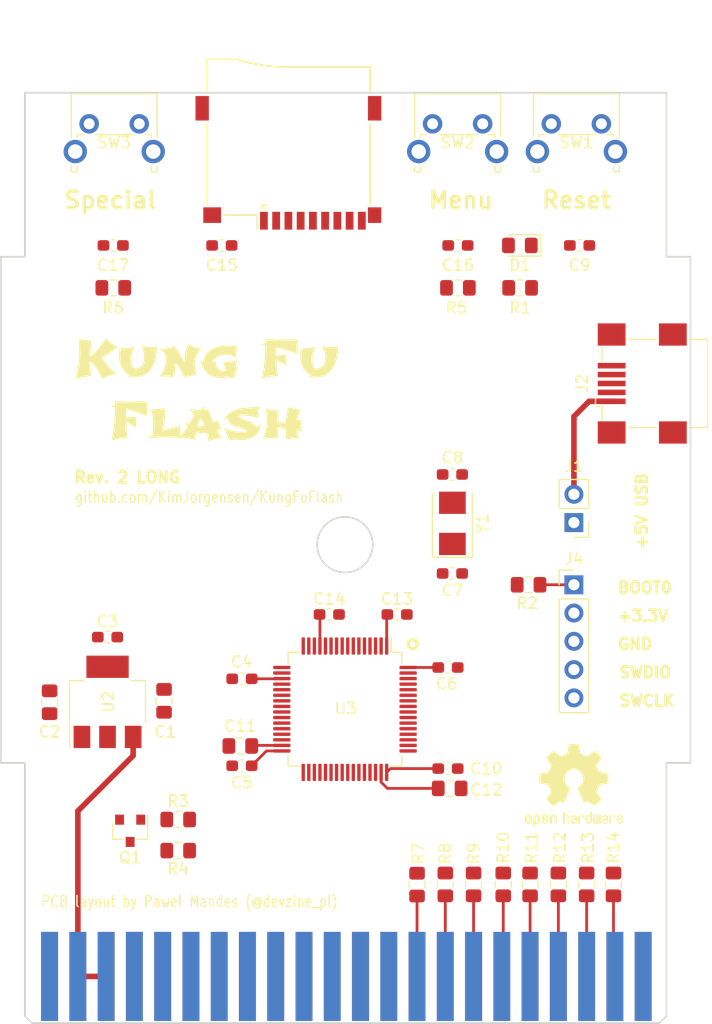
<source format=kicad_pcb>
(kicad_pcb (version 20171130) (host pcbnew "(5.1.9)-1")
  (title_block (title "Kung Fu Flash") (date 2019-12-15) (rev 1))
  (layers (0 F.Cu signal) (31 B.Cu signal) (34 B.Paste user hide) (35 F.Paste user hide) (36 B.SilkS user hide) (37 F.SilkS user) (38 B.Mask user hide) (39 F.Mask user hide) (44 Edge.Cuts user))
  (net 0 "")
  (net 1 GND)
  (net 2 /SD_CK)
  (net 3 +3V3)
  (net 4 /SD_D2)
  (net 5 /SD_D3)
  (net 6 /SD_CMD)
  (net 7 /~IRQ)
  (net 8 /R~W)
  (net 9 /~IO1)
  (net 10 /~GAME)
  (net 11 /~EXROM)
  (net 12 /~IO2)
  (net 13 /~ROML)
  (net 14 /CD7)
  (net 15 /BA)
  (net 16 +5V)
  (net 17 /CD6)
  (net 18 /CD5)
  (net 19 /CD4)
  (net 20 /CD3)
  (net 21 /CD2)
  (net 22 /CD1)
  (net 23 /CD0)
  (net 24 /A15)
  (net 25 /A14)
  (net 26 /A13)
  (net 27 /A12)
  (net 28 /A11)
  (net 29 /A10)
  (net 30 /~ROMH)
  (net 31 /~RESET)
  (net 32 /~NMI)
  (net 33 /PHI2)
  (net 34 /A4)
  (net 35 /A3)
  (net 36 /A2)
  (net 37 /A1)
  (net 38 /A0)
  (net 39 /A7)
  (net 40 /A6)
  (net 41 /A5)
  (net 42 /A8)
  (net 43 /A9)
  (net 44 /D2)
  (net 45 /D3)
  (net 46 /D1)
  (net 47 /D0)
  (net 48 /D4)
  (net 49 /D5)
  (net 50 /D7)
  (net 51 /D6)
  (net 52 "Net-(Q1-Pad1)")
  (net 53 /~RST_O)
  (net 54 /BOOT0)
  (net 55 "Net-(D1-Pad1)")
  (net 56 /~LED)
  (net 57 "Net-(C7-Pad2)")
  (net 58 "Net-(C8-Pad1)")
  (net 59 /~RST)
  (net 60 /MENU)
  (net 61 /SPECIAL)
  (net 62 "Net-(C11-Pad2)")
  (net 63 /SD_D0)
  (net 64 /SD_D1)
  (net 65 /USB_DM)
  (net 66 /USB_DP)
  (net 67 /SWDIO)
  (net 68 "Net-(C12-Pad1)")
  (net 69 /SWCLK)
  (net 70 +5C)
  (net 71 "Net-(R5-Pad1)")
  (net 72 "Net-(R6-Pad1)")
  (module Capacitor_SMD:C_0805_2012Metric_Pad1.15x1.40mm_HandSolder (layer F.Cu) (at 109.8005 118.745)
    (fp_text reference C12 (at 3.293 0.127 180) (layer F.SilkS))
    (fp_text value 2.2u)
    (pad 2 smd roundrect (at 1.025 0) (size 1.15 1.4) (layers F.Cu F.Paste F.Mask) (roundrect_rratio 0.217391) (net 1 GND))
    (pad 1 smd roundrect (at -1.025 0) (size 1.15 1.4) (layers F.Cu F.Paste F.Mask) (roundrect_rratio 0.217391) (net 68 "Net-(C12-Pad1)"))
  )
  (module mod:C64-Cart (layer F.Cu) (at 71.3105 139.573)
    (fp_text reference U1 hide)
    (fp_text value C64-Exp-Port hide)
    (pad N smd rect (at 30.48 -3.938274) (size 1.524 8) (layers B.Cu B.Paste B.Mask) (net 43 /A9))
    (pad P smd rect (at 33.02 -3.938274) (size 1.524 8) (layers B.Cu B.Paste B.Mask) (net 42 /A8))
    (pad T smd rect (at 40.64 -3.938274) (size 1.524 8) (layers B.Cu B.Paste B.Mask) (net 41 /A5))
    (pad S smd rect (at 38.1 -3.938274) (size 1.524 8) (layers B.Cu B.Paste B.Mask) (net 40 /A6))
    (pad R smd rect (at 35.56 -3.938274) (size 1.524 8) (layers B.Cu B.Paste B.Mask) (net 39 /A7))
    (pad Z smd rect (at 55.88 -3.938274) (size 1.524 8) (layers B.Cu B.Paste B.Mask) (net 1 GND))
    (pad Y smd rect (at 53.34 -3.938274) (size 1.524 8) (layers B.Cu B.Paste B.Mask) (net 38 /A0))
    (pad X smd rect (at 50.8 -3.938274) (size 1.524 8) (layers B.Cu B.Paste B.Mask) (net 37 /A1))
    (pad W smd rect (at 48.26 -3.938274) (size 1.524 8) (layers B.Cu B.Paste B.Mask) (net 36 /A2))
    (pad V smd rect (at 45.72 -3.938274) (size 1.524 8) (layers B.Cu B.Paste B.Mask) (net 35 /A3))
    (pad U smd rect (at 43.18 -3.938274) (size 1.524 8) (layers B.Cu B.Paste B.Mask) (net 34 /A4))
    (pad A smd rect (at 2.54 -3.938274) (size 1.524 8) (layers B.Cu B.Paste B.Mask) (net 1 GND))
    (pad E smd rect (at 12.7 -3.938274) (size 1.524 8) (layers B.Cu B.Paste B.Mask) (net 33 /PHI2))
    (pad D smd rect (at 10.16 -3.938274) (size 1.524 8) (layers B.Cu B.Paste B.Mask) (net 32 /~NMI))
    (pad C smd rect (at 7.62 -3.938274) (size 1.524 8) (layers B.Cu B.Paste B.Mask) (net 31 /~RESET))
    (pad B smd rect (at 5.08 -3.938274) (size 1.524 8) (layers B.Cu B.Paste B.Mask) (net 30 /~ROMH))
    (pad M smd rect (at 27.94 -3.938274) (size 1.524 8) (layers B.Cu B.Paste B.Mask) (net 29 /A10))
    (pad L smd rect (at 25.4 -3.938274) (size 1.524 8) (layers B.Cu B.Paste B.Mask) (net 28 /A11))
    (pad K smd rect (at 22.86 -3.938274) (size 1.524 8) (layers B.Cu B.Paste B.Mask) (net 27 /A12))
    (pad J smd rect (at 20.32 -3.938274) (size 1.524 8) (layers B.Cu B.Paste B.Mask) (net 26 /A13))
    (pad H smd rect (at 17.78 -3.938274) (size 1.524 8) (layers B.Cu B.Paste B.Mask) (net 25 /A14))
    (pad F smd rect (at 15.24 -3.938274) (size 1.524 8) (layers B.Cu B.Paste B.Mask) (net 24 /A15))
    (pad 22 smd rect (at 55.88 -3.938274 180) (size 1.524 8) (layers F.Cu F.Paste F.Mask) (net 1 GND))
    (pad 21 smd rect (at 53.34 -3.938274 180) (size 1.524 8) (layers F.Cu F.Paste F.Mask) (net 23 /CD0))
    (pad 20 smd rect (at 50.8 -3.938274 180) (size 1.524 8) (layers F.Cu F.Paste F.Mask) (net 22 /CD1))
    (pad 19 smd rect (at 48.26 -3.938274 180) (size 1.524 8) (layers F.Cu F.Paste F.Mask) (net 21 /CD2))
    (pad 18 smd rect (at 45.72 -3.938274 180) (size 1.524 8) (layers F.Cu F.Paste F.Mask) (net 20 /CD3))
    (pad 17 smd rect (at 43.18 -3.938274 180) (size 1.524 8) (layers F.Cu F.Paste F.Mask) (net 19 /CD4))
    (pad 16 smd rect (at 40.64 -3.938274 180) (size 1.524 8) (layers F.Cu F.Paste F.Mask) (net 18 /CD5))
    (pad 15 smd rect (at 38.1 -3.938274 180) (size 1.524 8) (layers F.Cu F.Paste F.Mask) (net 17 /CD6))
    (pad 3 smd rect (at 7.62 -3.938274 180) (size 1.524 8) (layers F.Cu F.Paste F.Mask) (net 16 +5V))
    (pad 2 smd rect (at 5.08 -3.938274 180) (size 1.524 8) (layers F.Cu F.Paste F.Mask) (net 16 +5V))
    (pad 12 smd rect (at 30.48 -3.938274 180) (size 1.524 8) (layers F.Cu F.Paste F.Mask) (net 15 /BA))
    (pad 14 smd rect (at 35.56 -3.938274 180) (size 1.524 8) (layers F.Cu F.Paste F.Mask) (net 14 /CD7))
    (pad 13 smd rect (at 33.02 -3.938274 180) (size 1.524 8) (layers F.Cu F.Paste F.Mask))
    (pad 11 smd rect (at 27.94 -3.938274 180) (size 1.524 8) (layers F.Cu F.Paste F.Mask) (net 13 /~ROML))
    (pad 10 smd rect (at 25.4 -3.938274 180) (size 1.524 8) (layers F.Cu F.Paste F.Mask) (net 12 /~IO2))
    (pad 9 smd rect (at 22.86 -3.938274 180) (size 1.524 8) (layers F.Cu F.Paste F.Mask) (net 11 /~EXROM))
    (pad 8 smd rect (at 20.32 -3.938274 180) (size 1.524 8) (layers F.Cu F.Paste F.Mask) (net 10 /~GAME))
    (pad 7 smd rect (at 17.78 -3.938274 180) (size 1.524 8) (layers F.Cu F.Paste F.Mask) (net 9 /~IO1))
    (pad 6 smd rect (at 15.24 -3.938274 180) (size 1.524 8) (layers F.Cu F.Paste F.Mask))
    (pad 5 smd rect (at 12.7 -3.938274 180) (size 1.524 8) (layers F.Cu F.Paste F.Mask) (net 8 /R~W))
    (pad 4 smd rect (at 10.16 -3.938274 180) (size 1.524 8) (layers F.Cu F.Paste F.Mask) (net 7 /~IRQ))
    (pad 1 smd rect (at 2.54 -3.938274 180) (size 1.524 8) (layers F.Cu F.Paste F.Mask) (net 1 GND))
  )
  (module Button_Switch_THT:SW_Tactile_SPST_Angled_PTS645Vx83-2LFS (layer F.Cu) (at 77.4065 59.055)
    (fp_text reference SW3 (at 2.25 1.68) (layer F.SilkS))
    (fp_text value Special)
    (pad "" thru_hole circle (at -1.25 2.49) (size 2.1 2.1) (drill 1.3) (layers *.Cu *.Mask))
    (pad 1 thru_hole circle (at 0 0) (size 1.75 1.75) (drill 0.99) (layers *.Cu *.Mask) (net 3 +3V3))
    (pad 2 thru_hole circle (at 4.5 0) (size 1.75 1.75) (drill 0.99) (layers *.Cu *.Mask) (net 72 "Net-(R6-Pad1)"))
    (pad "" thru_hole circle (at 5.76 2.49) (size 2.1 2.1) (drill 1.3) (layers *.Cu *.Mask))
  )
  (module Button_Switch_THT:SW_Tactile_SPST_Angled_PTS645Vx83-2LFS (layer F.Cu) (at 108.268 59.055)
    (fp_text reference SW2 (at 2.25 1.68) (layer F.SilkS))
    (fp_text value Menu)
    (pad "" thru_hole circle (at -1.25 2.49) (size 2.1 2.1) (drill 1.3) (layers *.Cu *.Mask))
    (pad 1 thru_hole circle (at 0 0) (size 1.75 1.75) (drill 0.99) (layers *.Cu *.Mask) (net 3 +3V3))
    (pad 2 thru_hole circle (at 4.5 0) (size 1.75 1.75) (drill 0.99) (layers *.Cu *.Mask) (net 71 "Net-(R5-Pad1)"))
    (pad "" thru_hole circle (at 5.76 2.49) (size 2.1 2.1) (drill 1.3) (layers *.Cu *.Mask))
  )
  (module Button_Switch_THT:SW_Tactile_SPST_Angled_PTS645Vx83-2LFS (layer F.Cu) (at 118.936 59.055)
    (fp_text reference SW1 (at 2.25 1.68) (layer F.SilkS))
    (fp_text value Reset)
    (pad "" thru_hole circle (at -1.25 2.49) (size 2.1 2.1) (drill 1.3) (layers *.Cu *.Mask))
    (pad 1 thru_hole circle (at 0 0) (size 1.75 1.75) (drill 0.99) (layers *.Cu *.Mask) (net 1 GND))
    (pad 2 thru_hole circle (at 4.5 0) (size 1.75 1.75) (drill 0.99) (layers *.Cu *.Mask) (net 59 /~RST))
    (pad "" thru_hole circle (at 5.76 2.49) (size 2.1 2.1) (drill 1.3) (layers *.Cu *.Mask))
  )
  (module Resistor_SMD:R_0805_2012Metric_Pad1.15x1.40mm_HandSolder (layer F.Cu) (at 124.524 127.372 270)
    (fp_text reference R14 (at -3.293 0.0005 90) (layer F.SilkS))
    (fp_text value 100R)
    (pad 2 smd roundrect (at 1.025 0 270) (size 1.15 1.4) (layers F.Cu F.Paste F.Mask) (roundrect_rratio 0.217391) (net 23 /CD0))
    (pad 1 smd roundrect (at -1.025 0 270) (size 1.15 1.4) (layers F.Cu F.Paste F.Mask) (roundrect_rratio 0.217391) (net 47 /D0))
  )
  (module Resistor_SMD:R_0805_2012Metric_Pad1.15x1.40mm_HandSolder (layer F.Cu) (at 122.11 127.372 270)
    (fp_text reference R13 (at -3.293 -0.1275 90) (layer F.SilkS))
    (fp_text value 100R)
    (pad 2 smd roundrect (at 1.025 0 270) (size 1.15 1.4) (layers F.Cu F.Paste F.Mask) (roundrect_rratio 0.217391) (net 22 /CD1))
    (pad 1 smd roundrect (at -1.025 0 270) (size 1.15 1.4) (layers F.Cu F.Paste F.Mask) (roundrect_rratio 0.217391) (net 46 /D1))
  )
  (module Resistor_SMD:R_0805_2012Metric_Pad1.15x1.40mm_HandSolder (layer F.Cu) (at 119.57 127.372 270)
    (fp_text reference R12 (at -3.293 -0.1275 90) (layer F.SilkS))
    (fp_text value 100R)
    (pad 2 smd roundrect (at 1.025 0 270) (size 1.15 1.4) (layers F.Cu F.Paste F.Mask) (roundrect_rratio 0.217391) (net 21 /CD2))
    (pad 1 smd roundrect (at -1.025 0 270) (size 1.15 1.4) (layers F.Cu F.Paste F.Mask) (roundrect_rratio 0.217391) (net 44 /D2))
  )
  (module Resistor_SMD:R_0805_2012Metric_Pad1.15x1.40mm_HandSolder (layer F.Cu) (at 117.03 127.372 270)
    (fp_text reference R11 (at -3.293 -0.1275 90) (layer F.SilkS))
    (fp_text value 100R)
    (pad 2 smd roundrect (at 1.025 0 270) (size 1.15 1.4) (layers F.Cu F.Paste F.Mask) (roundrect_rratio 0.217391) (net 20 /CD3))
    (pad 1 smd roundrect (at -1.025 0 270) (size 1.15 1.4) (layers F.Cu F.Paste F.Mask) (roundrect_rratio 0.217391) (net 45 /D3))
  )
  (module Resistor_SMD:R_0805_2012Metric_Pad1.15x1.40mm_HandSolder (layer F.Cu) (at 114.618 127.372 270)
    (fp_text reference R10 (at -3.293 0 90) (layer F.SilkS))
    (fp_text value 100R)
    (pad 2 smd roundrect (at 1.025 0 270) (size 1.15 1.4) (layers F.Cu F.Paste F.Mask) (roundrect_rratio 0.217391) (net 19 /CD4))
    (pad 1 smd roundrect (at -1.025 0 270) (size 1.15 1.4) (layers F.Cu F.Paste F.Mask) (roundrect_rratio 0.217391) (net 48 /D4))
  )
  (module Resistor_SMD:R_0805_2012Metric_Pad1.15x1.40mm_HandSolder (layer F.Cu) (at 111.95 127.372 270)
    (fp_text reference R9 (at -2.785 0 90) (layer F.SilkS))
    (fp_text value 100R)
    (pad 2 smd roundrect (at 1.025 0 270) (size 1.15 1.4) (layers F.Cu F.Paste F.Mask) (roundrect_rratio 0.217391) (net 18 /CD5))
    (pad 1 smd roundrect (at -1.025 0 270) (size 1.15 1.4) (layers F.Cu F.Paste F.Mask) (roundrect_rratio 0.217391) (net 49 /D5))
  )
  (module Resistor_SMD:R_0805_2012Metric_Pad1.15x1.40mm_HandSolder (layer F.Cu) (at 109.41 127.372 270)
    (fp_text reference R8 (at -2.785 0 90) (layer F.SilkS))
    (fp_text value 100R)
    (pad 2 smd roundrect (at 1.025 0 270) (size 1.15 1.4) (layers F.Cu F.Paste F.Mask) (roundrect_rratio 0.217391) (net 17 /CD6))
    (pad 1 smd roundrect (at -1.025 0 270) (size 1.15 1.4) (layers F.Cu F.Paste F.Mask) (roundrect_rratio 0.217391) (net 51 /D6))
  )
  (module Resistor_SMD:R_0805_2012Metric_Pad1.15x1.40mm_HandSolder (layer F.Cu) (at 106.87 127.39 270)
    (fp_text reference R7 (at -2.803 -0.1275 90) (layer F.SilkS))
    (fp_text value 100R)
    (pad 2 smd roundrect (at 1.025 0 270) (size 1.15 1.4) (layers F.Cu F.Paste F.Mask) (roundrect_rratio 0.217391) (net 14 /CD7))
    (pad 1 smd roundrect (at -1.025 0 270) (size 1.15 1.4) (layers F.Cu F.Paste F.Mask) (roundrect_rratio 0.217391) (net 50 /D7))
  )
  (module Connector_USB:USB_Mini-B_Wuerth_65100516121_Horizontal (layer F.Cu) (at 126.958 82.378 90)
    (fp_text reference J2 (at 0 -5.25 90) (layer F.SilkS))
    (fp_text value USB_B_Mini)
    (pad "" np_thru_hole circle (at 2.2 0 90) (size 0.9 0.9) (drill 0.9) (layers *.Cu *.Mask))
    (pad "" np_thru_hole circle (at -2.2 0 90) (size 0.9 0.9) (drill 0.9) (layers *.Cu *.Mask))
    (pad 5 smd rect (at 1.6 -2.6 90) (size 0.5 2.5) (layers F.Cu F.Paste F.Mask) (net 1 GND))
    (pad 4 smd rect (at 0.8 -2.6 90) (size 0.5 2.5) (layers F.Cu F.Paste F.Mask))
    (pad 3 smd rect (at 0 -2.6 90) (size 0.5 2.5) (layers F.Cu F.Paste F.Mask) (net 66 /USB_DP))
    (pad 2 smd rect (at -0.8 -2.6 90) (size 0.5 2.5) (layers F.Cu F.Paste F.Mask) (net 65 /USB_DM))
    (pad 1 smd rect (at -1.6 -2.6 90) (size 0.5 2.5) (layers F.Cu F.Paste F.Mask) (net 70 +5C))
    (pad 6 smd rect (at 4.4 -2.6 90) (size 2 2.5) (layers F.Cu F.Paste F.Mask) (net 1 GND))
    (pad 6 smd rect (at -4.4 -2.6 90) (size 2 2.5) (layers F.Cu F.Paste F.Mask) (net 1 GND))
    (pad 6 smd rect (at 4.4 2.9 90) (size 2 2.5) (layers F.Cu F.Paste F.Mask) (net 1 GND))
    (pad 6 smd rect (at -4.4 2.9 90) (size 2 2.5) (layers F.Cu F.Paste F.Mask) (net 1 GND))
  )
  (module mod:Kung_Fu_Flash_Logo (layer F.Cu) (at 87.9475 82.931)
    (fp_text reference G*** hide)
    (fp_text value LOGO hide)
  )
  (module Package_QFP:LQFP-64_10x10mm_P0.5mm (layer F.Cu) (at 100.394 111.633 270)
    (fp_text reference U3 (at -0.0635 -0.0635) (layer F.SilkS))
    (fp_text value STM32F405RGTx)
    (pad 64 smd roundrect (at -3.75 -5.675 270) (size 0.3 1.55) (layers F.Cu F.Paste F.Mask) (net 3 +3V3))
    (pad 63 smd roundrect (at -3.25 -5.675 270) (size 0.3 1.55) (layers F.Cu F.Paste F.Mask) (net 1 GND))
    (pad 62 smd roundrect (at -2.75 -5.675 270) (size 0.3 1.55) (layers F.Cu F.Paste F.Mask) (net 43 /A9))
    (pad 61 smd roundrect (at -2.25 -5.675 270) (size 0.3 1.55) (layers F.Cu F.Paste F.Mask) (net 42 /A8))
    (pad 60 smd roundrect (at -1.75 -5.675 270) (size 0.3 1.55) (layers F.Cu F.Paste F.Mask) (net 54 /BOOT0))
    (pad 59 smd roundrect (at -1.25 -5.675 270) (size 0.3 1.55) (layers F.Cu F.Paste F.Mask) (net 39 /A7))
    (pad 58 smd roundrect (at -0.75 -5.675 270) (size 0.3 1.55) (layers F.Cu F.Paste F.Mask) (net 40 /A6))
    (pad 57 smd roundrect (at -0.25 -5.675 270) (size 0.3 1.55) (layers F.Cu F.Paste F.Mask) (net 41 /A5))
    (pad 56 smd roundrect (at 0.25 -5.675 270) (size 0.3 1.55) (layers F.Cu F.Paste F.Mask) (net 34 /A4))
    (pad 55 smd roundrect (at 0.75 -5.675 270) (size 0.3 1.55) (layers F.Cu F.Paste F.Mask) (net 35 /A3))
    (pad 54 smd roundrect (at 1.25 -5.675 270) (size 0.3 1.55) (layers F.Cu F.Paste F.Mask) (net 6 /SD_CMD))
    (pad 53 smd roundrect (at 1.75 -5.675 270) (size 0.3 1.55) (layers F.Cu F.Paste F.Mask) (net 2 /SD_CK))
    (pad 52 smd roundrect (at 2.25 -5.675 270) (size 0.3 1.55) (layers F.Cu F.Paste F.Mask) (net 5 /SD_D3))
    (pad 51 smd roundrect (at 2.75 -5.675 270) (size 0.3 1.55) (layers F.Cu F.Paste F.Mask) (net 4 /SD_D2))
    (pad 50 smd roundrect (at 3.25 -5.675 270) (size 0.3 1.55) (layers F.Cu F.Paste F.Mask) (net 53 /~RST_O))
    (pad 49 smd roundrect (at 3.75 -5.675 270) (size 0.3 1.55) (layers F.Cu F.Paste F.Mask) (net 69 /SWCLK))
    (pad 48 smd roundrect (at 5.675 -3.75 270) (size 1.55 0.3) (layers F.Cu F.Paste F.Mask) (net 3 +3V3))
    (pad 47 smd roundrect (at 5.675 -3.25 270) (size 1.55 0.3) (layers F.Cu F.Paste F.Mask) (net 68 "Net-(C12-Pad1)"))
    (pad 46 smd roundrect (at 5.675 -2.75 270) (size 1.55 0.3) (layers F.Cu F.Paste F.Mask) (net 67 /SWDIO))
    (pad 45 smd roundrect (at 5.675 -2.25 270) (size 1.55 0.3) (layers F.Cu F.Paste F.Mask) (net 66 /USB_DP))
    (pad 44 smd roundrect (at 5.675 -1.75 270) (size 1.55 0.3) (layers F.Cu F.Paste F.Mask) (net 65 /USB_DM))
    (pad 43 smd roundrect (at 5.675 -1.25 270) (size 1.55 0.3) (layers F.Cu F.Paste F.Mask) (net 32 /~NMI))
    (pad 42 smd roundrect (at 5.675 -0.75 270) (size 1.55 0.3) (layers F.Cu F.Paste F.Mask) (net 7 /~IRQ))
    (pad 41 smd roundrect (at 5.675 -0.25 270) (size 1.55 0.3) (layers F.Cu F.Paste F.Mask) (net 33 /PHI2))
    (pad 40 smd roundrect (at 5.675 0.25 270) (size 1.55 0.3) (layers F.Cu F.Paste F.Mask) (net 64 /SD_D1))
    (pad 39 smd roundrect (at 5.675 0.75 270) (size 1.55 0.3) (layers F.Cu F.Paste F.Mask) (net 63 /SD_D0))
    (pad 38 smd roundrect (at 5.675 1.25 270) (size 1.55 0.3) (layers F.Cu F.Paste F.Mask) (net 50 /D7))
    (pad 37 smd roundrect (at 5.675 1.75 270) (size 1.55 0.3) (layers F.Cu F.Paste F.Mask) (net 51 /D6))
    (pad 36 smd roundrect (at 5.675 2.25 270) (size 1.55 0.3) (layers F.Cu F.Paste F.Mask) (net 24 /A15))
    (pad 35 smd roundrect (at 5.675 2.75 270) (size 1.55 0.3) (layers F.Cu F.Paste F.Mask) (net 25 /A14))
    (pad 34 smd roundrect (at 5.675 3.25 270) (size 1.55 0.3) (layers F.Cu F.Paste F.Mask) (net 26 /A13))
    (pad 33 smd roundrect (at 5.675 3.75 270) (size 1.55 0.3) (layers F.Cu F.Paste F.Mask) (net 27 /A12))
    (pad 32 smd roundrect (at 3.75 5.675 270) (size 0.3 1.55) (layers F.Cu F.Paste F.Mask) (net 3 +3V3))
    (pad 31 smd roundrect (at 3.25 5.675 270) (size 0.3 1.55) (layers F.Cu F.Paste F.Mask) (net 62 "Net-(C11-Pad2)"))
    (pad 30 smd roundrect (at 2.75 5.675 270) (size 0.3 1.55) (layers F.Cu F.Paste F.Mask) (net 28 /A11))
    (pad 29 smd roundrect (at 2.25 5.675 270) (size 0.3 1.55) (layers F.Cu F.Paste F.Mask) (net 29 /A10))
    (pad 28 smd roundrect (at 1.75 5.675 270) (size 0.3 1.55) (layers F.Cu F.Paste F.Mask) (net 36 /A2))
    (pad 27 smd roundrect (at 1.25 5.675 270) (size 0.3 1.55) (layers F.Cu F.Paste F.Mask) (net 37 /A1))
    (pad 26 smd roundrect (at 0.75 5.675 270) (size 0.3 1.55) (layers F.Cu F.Paste F.Mask) (net 38 /A0))
    (pad 25 smd roundrect (at 0.25 5.675 270) (size 0.3 1.55) (layers F.Cu F.Paste F.Mask) (net 49 /D5))
    (pad 24 smd roundrect (at -0.25 5.675 270) (size 0.3 1.55) (layers F.Cu F.Paste F.Mask) (net 48 /D4))
    (pad 23 smd roundrect (at -0.75 5.675 270) (size 0.3 1.55) (layers F.Cu F.Paste F.Mask) (net 30 /~ROMH))
    (pad 22 smd roundrect (at -1.25 5.675 270) (size 0.3 1.55) (layers F.Cu F.Paste F.Mask) (net 13 /~ROML))
    (pad 21 smd roundrect (at -1.75 5.675 270) (size 0.3 1.55) (layers F.Cu F.Paste F.Mask) (net 61 /SPECIAL))
    (pad 20 smd roundrect (at -2.25 5.675 270) (size 0.3 1.55) (layers F.Cu F.Paste F.Mask) (net 60 /MENU))
    (pad 19 smd roundrect (at -2.75 5.675 270) (size 0.3 1.55) (layers F.Cu F.Paste F.Mask) (net 3 +3V3))
    (pad 18 smd roundrect (at -3.25 5.675 270) (size 0.3 1.55) (layers F.Cu F.Paste F.Mask) (net 1 GND))
    (pad 17 smd roundrect (at -3.75 5.675 270) (size 0.3 1.55) (layers F.Cu F.Paste F.Mask) (net 15 /BA))
    (pad 16 smd roundrect (at -5.675 3.75 270) (size 1.55 0.3) (layers F.Cu F.Paste F.Mask) (net 12 /~IO2))
    (pad 15 smd roundrect (at -5.675 3.25 270) (size 1.55 0.3) (layers F.Cu F.Paste F.Mask) (net 9 /~IO1))
    (pad 14 smd roundrect (at -5.675 2.75 270) (size 1.55 0.3) (layers F.Cu F.Paste F.Mask) (net 8 /R~W))
    (pad 13 smd roundrect (at -5.675 2.25 270) (size 1.55 0.3) (layers F.Cu F.Paste F.Mask) (net 3 +3V3))
    (pad 12 smd roundrect (at -5.675 1.75 270) (size 1.55 0.3) (layers F.Cu F.Paste F.Mask) (net 1 GND))
    (pad 11 smd roundrect (at -5.675 1.25 270) (size 1.55 0.3) (layers F.Cu F.Paste F.Mask) (net 45 /D3))
    (pad 10 smd roundrect (at -5.675 0.75 270) (size 1.55 0.3) (layers F.Cu F.Paste F.Mask) (net 44 /D2))
    (pad 9 smd roundrect (at -5.675 0.25 270) (size 1.55 0.3) (layers F.Cu F.Paste F.Mask) (net 46 /D1))
    (pad 8 smd roundrect (at -5.675 -0.25 270) (size 1.55 0.3) (layers F.Cu F.Paste F.Mask) (net 47 /D0))
    (pad 7 smd roundrect (at -5.675 -0.75 270) (size 1.55 0.3) (layers F.Cu F.Paste F.Mask) (net 59 /~RST))
    (pad 6 smd roundrect (at -5.675 -1.25 270) (size 1.55 0.3) (layers F.Cu F.Paste F.Mask) (net 58 "Net-(C8-Pad1)"))
    (pad 5 smd roundrect (at -5.675 -1.75 270) (size 1.55 0.3) (layers F.Cu F.Paste F.Mask) (net 57 "Net-(C7-Pad2)"))
    (pad 4 smd roundrect (at -5.675 -2.25 270) (size 1.55 0.3) (layers F.Cu F.Paste F.Mask) (net 11 /~EXROM))
    (pad 3 smd roundrect (at -5.675 -2.75 270) (size 1.55 0.3) (layers F.Cu F.Paste F.Mask) (net 10 /~GAME))
    (pad 2 smd roundrect (at -5.675 -3.25 270) (size 1.55 0.3) (layers F.Cu F.Paste F.Mask) (net 56 /~LED))
    (pad 1 smd roundrect (at -5.675 -3.75 270) (size 1.55 0.3) (layers F.Cu F.Paste F.Mask) (net 3 +3V3))
  )
  (module mod:Conn_uSDcard (layer F.Cu) (at 95.3105 57.258 180)
    (fp_text reference XS1)
    (fp_text value uSD_push_push)
    (pad 3 smd rect (at 0 -10.5 180) (size 0.7 1.6) (layers F.Cu F.Paste F.Mask) (net 6 /SD_CMD))
    (pad "" np_thru_hole circle (at -4.93 0 180) (size 1 1) (drill 1) (layers *.Cu))
    (pad "" np_thru_hole circle (at 3.05 0 180) (size 1 1) (drill 1) (layers *.Cu))
    (pad 2 smd rect (at 1.1 -10.5 180) (size 0.7 1.6) (layers F.Cu F.Paste F.Mask) (net 5 /SD_D3))
    (pad 1 smd rect (at 2.2 -10.5 180) (size 0.7 1.6) (layers F.Cu F.Paste F.Mask) (net 4 /SD_D2))
    (pad 4 smd rect (at -1.1 -10.5 180) (size 0.7 1.6) (layers F.Cu F.Paste F.Mask) (net 3 +3V3))
    (pad 5 smd rect (at -2.2 -10.5 180) (size 0.7 1.6) (layers F.Cu F.Paste F.Mask) (net 2 /SD_CK))
    (pad 6 smd rect (at -3.3 -10.5 180) (size 0.7 1.6) (layers F.Cu F.Paste F.Mask) (net 1 GND))
    (pad 8 smd rect (at -5.5 -10.5 180) (size 0.7 1.6) (layers F.Cu F.Paste F.Mask) (net 64 /SD_D1))
    (pad 7 smd rect (at -4.4 -10.5 180) (size 0.7 1.6) (layers F.Cu F.Paste F.Mask) (net 63 /SD_D0))
    (pad 9 smd rect (at -6.6 -10.5 180) (size 0.7 1.6) (layers F.Cu F.Paste F.Mask))
    (pad 6 smd rect (at -7.75 -10 180) (size 1.2 1.4) (layers F.Cu F.Paste F.Mask) (net 1 GND))
    (pad 6 smd rect (at 6.85 -10 180) (size 1.6 1.4) (layers F.Cu F.Paste F.Mask) (net 1 GND))
    (pad 6 smd rect (at -7.75 -0.4 180) (size 1.2 2.2) (layers F.Cu F.Paste F.Mask) (net 1 GND))
    (pad 6 smd rect (at 7.75 -0.4 180) (size 1.2 2.2) (layers F.Cu F.Paste F.Mask) (net 1 GND))
  )
  (module Crystal:Crystal_SMD_5032-2Pin_5.0x3.2mm (layer F.Cu) (at 110.046 94.9415 90)
    (fp_text reference Y1 (at 0 2.7305 90) (layer F.SilkS))
    (fp_text value 8MHz)
    (pad 2 smd rect (at 1.85 0 90) (size 2 2.4) (layers F.Cu F.Paste F.Mask) (net 58 "Net-(C8-Pad1)"))
    (pad 1 smd rect (at -1.85 0 90) (size 2 2.4) (layers F.Cu F.Paste F.Mask) (net 57 "Net-(C7-Pad2)"))
  )
  (module Capacitor_SMD:C_0603_1608Metric_Pad1.05x0.95mm_HandSolder (layer F.Cu) (at 79.5655 69.977)
    (fp_text reference C17 (at 0 1.778) (layer F.SilkS))
    (fp_text value 100n)
    (pad 2 smd roundrect (at 0.875 0) (size 1.05 0.95) (layers F.Cu F.Paste F.Mask) (net 1 GND))
    (pad 1 smd roundrect (at -0.875 0) (size 1.05 0.95) (layers F.Cu F.Paste F.Mask) (net 61 /SPECIAL))
  )
  (module Capacitor_SMD:C_0603_1608Metric_Pad1.05x0.95mm_HandSolder (layer F.Cu) (at 110.544 69.977)
    (fp_text reference C16 (at 0.009 1.778) (layer F.SilkS))
    (fp_text value 100n)
    (pad 2 smd roundrect (at 0.875 0) (size 1.05 0.95) (layers F.Cu F.Paste F.Mask) (net 1 GND))
    (pad 1 smd roundrect (at -0.875 0) (size 1.05 0.95) (layers F.Cu F.Paste F.Mask) (net 60 /MENU))
  )
  (module Capacitor_SMD:C_0603_1608Metric_Pad1.05x0.95mm_HandSolder (layer F.Cu) (at 89.3305 69.977 180)
    (fp_text reference C15 (at 0 -1.778 180) (layer F.SilkS))
    (fp_text value 100n)
    (pad 2 smd roundrect (at 0.875 0 180) (size 1.05 0.95) (layers F.Cu F.Paste F.Mask) (net 1 GND))
    (pad 1 smd roundrect (at -0.875 0 180) (size 1.05 0.95) (layers F.Cu F.Paste F.Mask) (net 3 +3V3))
  )
  (module Capacitor_SMD:C_0603_1608Metric_Pad1.05x0.95mm_HandSolder (layer F.Cu) (at 79.0575 105.156 180)
    (fp_text reference C3 (at 0 1.397 180) (layer F.SilkS))
    (fp_text value 100n)
    (pad 2 smd roundrect (at 0.875 0 180) (size 1.05 0.95) (layers F.Cu F.Paste F.Mask) (net 1 GND))
    (pad 1 smd roundrect (at -0.875 0 180) (size 1.05 0.95) (layers F.Cu F.Paste F.Mask) (net 3 +3V3))
  )
  (module Capacitor_SMD:C_0603_1608Metric_Pad1.05x0.95mm_HandSolder (layer F.Cu) (at 91.1365 108.902 180)
    (fp_text reference C4 (at 0.014 1.524 180) (layer F.SilkS))
    (fp_text value 100n)
    (pad 2 smd roundrect (at 0.875 0 180) (size 1.05 0.95) (layers F.Cu F.Paste F.Mask) (net 1 GND))
    (pad 1 smd roundrect (at -0.875 0 180) (size 1.05 0.95) (layers F.Cu F.Paste F.Mask) (net 3 +3V3))
  )
  (module Capacitor_SMD:C_0603_1608Metric_Pad1.05x0.95mm_HandSolder (layer F.Cu) (at 91.1365 116.713 180)
    (fp_text reference C5 (at 0.014 -1.524 180) (layer F.SilkS))
    (fp_text value 100n)
    (pad 2 smd roundrect (at 0.875 0 180) (size 1.05 0.95) (layers F.Cu F.Paste F.Mask) (net 1 GND))
    (pad 1 smd roundrect (at -0.875 0 180) (size 1.05 0.95) (layers F.Cu F.Paste F.Mask) (net 3 +3V3))
  )
  (module Capacitor_SMD:C_0603_1608Metric_Pad1.05x0.95mm_HandSolder (layer F.Cu) (at 109.65 107.886)
    (fp_text reference C6 (at -0.113 1.4605) (layer F.SilkS))
    (fp_text value 100n)
    (pad 2 smd roundrect (at 0.875 0) (size 1.05 0.95) (layers F.Cu F.Paste F.Mask) (net 1 GND))
    (pad 1 smd roundrect (at -0.875 0) (size 1.05 0.95) (layers F.Cu F.Paste F.Mask) (net 3 +3V3))
  )
  (module Capacitor_SMD:C_0603_1608Metric_Pad1.05x0.95mm_HandSolder (layer F.Cu) (at 110.046 99.441 180)
    (fp_text reference C7 (at -0.0145 -1.524) (layer F.SilkS))
    (fp_text value 20p)
    (pad 2 smd roundrect (at 0.875 0 180) (size 1.05 0.95) (layers F.Cu F.Paste F.Mask) (net 57 "Net-(C7-Pad2)"))
    (pad 1 smd roundrect (at -0.875 0 180) (size 1.05 0.95) (layers F.Cu F.Paste F.Mask) (net 1 GND))
  )
  (module Capacitor_SMD:C_0603_1608Metric_Pad1.05x0.95mm_HandSolder (layer F.Cu) (at 110.046 90.551)
    (fp_text reference C8 (at 0 -1.524) (layer F.SilkS))
    (fp_text value 20p)
    (pad 2 smd roundrect (at 0.875 0) (size 1.05 0.95) (layers F.Cu F.Paste F.Mask) (net 1 GND))
    (pad 1 smd roundrect (at -0.875 0) (size 1.05 0.95) (layers F.Cu F.Paste F.Mask) (net 58 "Net-(C8-Pad1)"))
  )
  (module Capacitor_SMD:C_0603_1608Metric_Pad1.05x0.95mm_HandSolder (layer F.Cu) (at 121.476 69.977 180)
    (fp_text reference C9 (at 0 -1.778 180) (layer F.SilkS))
    (fp_text value 100n)
    (pad 2 smd roundrect (at 0.875 0 180) (size 1.05 0.95) (layers F.Cu F.Paste F.Mask) (net 1 GND))
    (pad 1 smd roundrect (at -0.875 0 180) (size 1.05 0.95) (layers F.Cu F.Paste F.Mask) (net 59 /~RST))
  )
  (module Capacitor_SMD:C_0603_1608Metric_Pad1.05x0.95mm_HandSolder (layer F.Cu) (at 109.6505 116.967)
    (fp_text reference C10 (at 3.443 0) (layer F.SilkS))
    (fp_text value 100n)
    (pad 2 smd roundrect (at 0.875 0) (size 1.05 0.95) (layers F.Cu F.Paste F.Mask) (net 1 GND))
    (pad 1 smd roundrect (at -0.875 0) (size 1.05 0.95) (layers F.Cu F.Paste F.Mask) (net 3 +3V3))
  )
  (module Capacitor_SMD:C_0603_1608Metric_Pad1.05x0.95mm_HandSolder (layer F.Cu) (at 98.9825 103.124)
    (fp_text reference C14 (at 0 -1.397) (layer F.SilkS))
    (fp_text value 100n)
    (pad 2 smd roundrect (at 0.875 0) (size 1.05 0.95) (layers F.Cu F.Paste F.Mask) (net 1 GND))
    (pad 1 smd roundrect (at -0.875 0) (size 1.05 0.95) (layers F.Cu F.Paste F.Mask) (net 3 +3V3))
  )
  (module Capacitor_SMD:C_0603_1608Metric_Pad1.05x0.95mm_HandSolder (layer F.Cu) (at 105.0785 103.124)
    (fp_text reference C13 (at -0.014 -1.397) (layer F.SilkS))
    (fp_text value 100n)
    (pad 2 smd roundrect (at 0.875 0) (size 1.05 0.95) (layers F.Cu F.Paste F.Mask) (net 1 GND))
    (pad 1 smd roundrect (at -0.875 0) (size 1.05 0.95) (layers F.Cu F.Paste F.Mask) (net 3 +3V3))
  )
  (module Capacitor_SMD:C_0805_2012Metric_Pad1.15x1.40mm_HandSolder (layer F.Cu) (at 73.8505 111.007 270)
    (fp_text reference C2 (at 2.658 0) (layer F.SilkS))
    (fp_text value 10u)
    (pad 2 smd roundrect (at 1.025 0 270) (size 1.15 1.4) (layers F.Cu F.Paste F.Mask) (roundrect_rratio 0.217391) (net 1 GND))
    (pad 1 smd roundrect (at -1.025 0 270) (size 1.15 1.4) (layers F.Cu F.Paste F.Mask) (roundrect_rratio 0.217391) (net 3 +3V3))
  )
  (module Capacitor_SMD:C_0805_2012Metric_Pad1.15x1.40mm_HandSolder (layer F.Cu) (at 90.9865 114.935)
    (fp_text reference C11 (at 0.009 -1.778) (layer F.SilkS))
    (fp_text value 2.2u)
    (pad 2 smd roundrect (at 1.025 0) (size 1.15 1.4) (layers F.Cu F.Paste F.Mask) (roundrect_rratio 0.217391) (net 62 "Net-(C11-Pad2)"))
    (pad 1 smd roundrect (at -1.025 0) (size 1.15 1.4) (layers F.Cu F.Paste F.Mask) (roundrect_rratio 0.217391) (net 1 GND))
  )
  (module Capacitor_SMD:C_0805_2012Metric_Pad1.15x1.40mm_HandSolder (layer F.Cu) (at 84.1375 110.88 90)
    (fp_text reference C1 (at -2.785 0.127 180) (layer F.SilkS))
    (fp_text value 10u)
    (pad 2 smd roundrect (at 1.025 0 90) (size 1.15 1.4) (layers F.Cu F.Paste F.Mask) (roundrect_rratio 0.217391) (net 1 GND))
    (pad 1 smd roundrect (at -1.025 0 90) (size 1.15 1.4) (layers F.Cu F.Paste F.Mask) (roundrect_rratio 0.217391) (net 16 +5V))
  )
  (module Connector_PinHeader_2.54mm:PinHeader_1x02_P2.54mm_Vertical (layer F.Cu) (at 120.968 94.869 180)
    (fp_text reference J1 (at 0.0005 5.08) (layer F.SilkS))
    (fp_text value "USB Power")
    (pad 2 thru_hole oval (at 0 2.54 180) (size 1.7 1.7) (drill 1) (layers *.Cu *.Mask) (net 70 +5C))
    (pad 1 thru_hole rect (at 0 0 180) (size 1.7 1.7) (drill 1) (layers *.Cu *.Mask) (net 16 +5V))
  )
  (module Connector_PinHeader_2.54mm:PinHeader_1x05_P2.54mm_Vertical (layer F.Cu) (at 120.968 100.457)
    (fp_text reference J4 (at 0 -2.33) (layer F.SilkS))
    (fp_text value SWD)
    (pad 5 thru_hole oval (at 0 10.16) (size 1.7 1.7) (drill 1) (layers *.Cu *.Mask) (net 69 /SWCLK))
    (pad 4 thru_hole oval (at 0 7.62) (size 1.7 1.7) (drill 1) (layers *.Cu *.Mask) (net 67 /SWDIO))
    (pad 3 thru_hole oval (at 0 5.08) (size 1.7 1.7) (drill 1) (layers *.Cu *.Mask) (net 1 GND))
    (pad 2 thru_hole oval (at 0 2.54) (size 1.7 1.7) (drill 1) (layers *.Cu *.Mask) (net 3 +3V3))
    (pad 1 thru_hole rect (at 0 0) (size 1.7 1.7) (drill 1) (layers *.Cu *.Mask) (net 54 /BOOT0))
  )
  (module LED_SMD:LED_0805_2012Metric_Pad1.15x1.40mm_HandSolder (layer F.Cu) (at 116.11 69.977 180)
    (fp_text reference D1 (at -0.0095 -1.778) (layer F.SilkS))
    (fp_text value LED)
    (pad 2 smd roundrect (at 1.025 0 180) (size 1.15 1.4) (layers F.Cu F.Paste F.Mask) (roundrect_rratio 0.217391) (net 3 +3V3))
    (pad 1 smd roundrect (at -1.025 0 180) (size 1.15 1.4) (layers F.Cu F.Paste F.Mask) (roundrect_rratio 0.217391) (net 55 "Net-(D1-Pad1)"))
  )
  (module Package_TO_SOT_SMD:SOT-223-3_TabPin2 (layer F.Cu) (at 79.0575 110.973 90)
    (fp_text reference U2 (at 0 0.0635 90) (layer F.SilkS))
    (fp_text value AMS1117-3.3)
    (pad 1 smd rect (at -3.15 -2.3 90) (size 2 1.5) (layers F.Cu F.Paste F.Mask) (net 1 GND))
    (pad 3 smd rect (at -3.15 2.3 90) (size 2 1.5) (layers F.Cu F.Paste F.Mask) (net 16 +5V))
    (pad 2 smd rect (at -3.15 0 90) (size 2 1.5) (layers F.Cu F.Paste F.Mask) (net 3 +3V3))
    (pad 2 smd rect (at 3.15 0 90) (size 2 3.8) (layers F.Cu F.Paste F.Mask) (net 3 +3V3))
  )
  (module Package_TO_SOT_SMD:SOT-23 (layer F.Cu) (at 81.0895 122.555 270)
    (fp_text reference Q1 (at 2.397 0) (layer F.SilkS))
    (fp_text value BC817)
    (pad 3 smd rect (at 1 0 270) (size 0.9 0.8) (layers F.Cu F.Paste F.Mask) (net 31 /~RESET))
    (pad 2 smd rect (at -1 0.95 270) (size 0.9 0.8) (layers F.Cu F.Paste F.Mask) (net 1 GND))
    (pad 1 smd rect (at -1 -0.95 270) (size 0.9 0.8) (layers F.Cu F.Paste F.Mask) (net 52 "Net-(Q1-Pad1)"))
  )
  (module Resistor_SMD:R_0805_2012Metric_Pad1.15x1.40mm_HandSolder (layer F.Cu) (at 116.132 73.787)
    (fp_text reference R1 (at 0.009 1.778) (layer F.SilkS))
    (fp_text value 510R)
    (pad 2 smd roundrect (at 1.025 0) (size 1.15 1.4) (layers F.Cu F.Paste F.Mask) (roundrect_rratio 0.217391) (net 55 "Net-(D1-Pad1)"))
    (pad 1 smd roundrect (at -1.025 0) (size 1.15 1.4) (layers F.Cu F.Paste F.Mask) (roundrect_rratio 0.217391) (net 56 /~LED))
  )
  (module Resistor_SMD:R_0805_2012Metric_Pad1.15x1.40mm_HandSolder (layer F.Cu) (at 116.894 100.457 180)
    (fp_text reference R2 (at 0.1175 -1.651 180) (layer F.SilkS))
    (fp_text value 10k)
    (pad 2 smd roundrect (at 1.025 0 180) (size 1.15 1.4) (layers F.Cu F.Paste F.Mask) (roundrect_rratio 0.217391) (net 1 GND))
    (pad 1 smd roundrect (at -1.025 0 180) (size 1.15 1.4) (layers F.Cu F.Paste F.Mask) (roundrect_rratio 0.217391) (net 54 /BOOT0))
  )
  (module Resistor_SMD:R_0805_2012Metric_Pad1.15x1.40mm_HandSolder (layer F.Cu) (at 85.4075 121.539)
    (fp_text reference R3 (at 0 -1.65 180) (layer F.SilkS))
    (fp_text value 10k)
    (pad 2 smd roundrect (at 1.025 0) (size 1.15 1.4) (layers F.Cu F.Paste F.Mask) (roundrect_rratio 0.217391) (net 53 /~RST_O))
    (pad 1 smd roundrect (at -1.025 0) (size 1.15 1.4) (layers F.Cu F.Paste F.Mask) (roundrect_rratio 0.217391) (net 3 +3V3))
  )
  (module Resistor_SMD:R_0805_2012Metric_Pad1.15x1.40mm_HandSolder (layer F.Cu) (at 85.4075 124.333)
    (fp_text reference R4 (at 0 1.651) (layer F.SilkS))
    (fp_text value 510R)
    (pad 2 smd roundrect (at 1.025 0) (size 1.15 1.4) (layers F.Cu F.Paste F.Mask) (roundrect_rratio 0.217391) (net 53 /~RST_O))
    (pad 1 smd roundrect (at -1.025 0) (size 1.15 1.4) (layers F.Cu F.Paste F.Mask) (roundrect_rratio 0.217391) (net 52 "Net-(Q1-Pad1)"))
  )
  (module Resistor_SMD:R_0805_2012Metric_Pad1.15x1.40mm_HandSolder (layer F.Cu) (at 110.544 73.787 180)
    (fp_text reference R5 (at 0.1175 -1.778) (layer F.SilkS))
    (fp_text value 510R)
    (pad 2 smd roundrect (at 1.025 0 180) (size 1.15 1.4) (layers F.Cu F.Paste F.Mask) (roundrect_rratio 0.217391) (net 60 /MENU))
    (pad 1 smd roundrect (at -1.025 0 180) (size 1.15 1.4) (layers F.Cu F.Paste F.Mask) (roundrect_rratio 0.217391) (net 71 "Net-(R5-Pad1)"))
  )
  (module Resistor_SMD:R_0805_2012Metric_Pad1.15x1.40mm_HandSolder (layer F.Cu) (at 79.5745 73.787 180)
    (fp_text reference R6 (at 0.009 -1.778 180) (layer F.SilkS))
    (fp_text value 510R)
    (pad 2 smd roundrect (at 1.025 0 180) (size 1.15 1.4) (layers F.Cu F.Paste F.Mask) (roundrect_rratio 0.217391) (net 61 /SPECIAL))
    (pad 1 smd roundrect (at -1.025 0 180) (size 1.15 1.4) (layers F.Cu F.Paste F.Mask) (roundrect_rratio 0.217391) (net 72 "Net-(R6-Pad1)"))
  )
  (module Symbol:OSHW-Logo2_9.8x8mm_SilkScreen (layer F.Cu) (at 120.9675 118.491)
    (fp_text reference REF** hide)
    (fp_text value OSHW-Logo2_9.8x8mm_SilkScreen hide)
  )
  (gr_text "PCB layout by Pawel Mandes (@devzine_pl)" (at 86.4235 128.905) (layer F.SilkS) (effects (font (size 1 0.8) (thickness 0.125))))
  (gr_line (start 72.263 139.827) (end 128.651 139.827) (layer Edge.Cuts) (width 0.15))
  (gr_line (start 71.628 116.459) (end 71.628 139.192) (layer Edge.Cuts) (width 0.15))
  (gr_line (start 129.286 139.192) (end 129.286 116.459) (layer Edge.Cuts) (width 0.15))
  (gr_line (start 72.263 139.827) (end 71.628 139.192) (layer Edge.Cuts) (width 0.15))
  (gr_line (start 129.286 139.192) (end 128.651 139.827) (layer Edge.Cuts) (width 0.15))
  (gr_line (start 71.628 70.993) (end 71.628 56.261) (layer Edge.Cuts) (width 0.15))
  (gr_line (start 69.469 70.993) (end 71.628 70.993) (layer Edge.Cuts) (width 0.15))
  (gr_line (start 69.469 116.459) (end 69.469 70.993) (layer Edge.Cuts) (width 0.15))
  (gr_line (start 71.628 116.459) (end 69.469 116.459) (layer Edge.Cuts) (width 0.15))
  (gr_line (start 131.445 116.459) (end 129.286 116.459) (layer Edge.Cuts) (width 0.15))
  (gr_line (start 131.445 70.993) (end 131.445 116.459) (layer Edge.Cuts) (width 0.15))
  (gr_line (start 129.286 70.993) (end 131.445 70.993) (layer Edge.Cuts) (width 0.15))
  (gr_line (start 129.286 56.261) (end 129.286 70.993) (layer Edge.Cuts) (width 0.15))
  (gr_line (start 71.628 56.261) (end 129.286 56.261) (layer Edge.Cuts) (width 0.15))
  (gr_circle (center 100.3935 96.857769) (end 97.917 96.540269) (layer Edge.Cuts) (width 0.15))
  (gr_circle (center 106.4895 105.791) (end 106.8895 105.791) (layer F.SilkS) (width 0.3))
  (gr_text github.com/KimJorgensen/KungFuFlash (at 88.2015 92.583) (layer F.SilkS) (effects (font (size 1 0.8) (thickness 0.125))))
  (gr_text "Rev. 2 LONG" (at 80.8355 90.805) (layer F.SilkS) (effects (font (size 1 1) (thickness 0.25))))
  (gr_text Reset (at 117.9195 65.913) (layer F.SilkS) (effects (font (size 1.5 1.5) (thickness 0.3)) (justify left)))
  (gr_text Menu (at 107.7595 65.913) (layer F.SilkS) (effects (font (size 1.5 1.5) (thickness 0.3)) (justify left)))
  (gr_text Special (at 74.9935 65.913) (layer F.SilkS) (effects (font (size 1.5 1.5) (thickness 0.3)) (justify left)))
  (gr_text "+5V USB" (at 127.0635 97.409 90) (layer F.SilkS) (effects (font (size 1 1) (thickness 0.25)) (justify left)))
  (gr_text SWCLK (at 124.9045 110.871) (layer F.SilkS) (effects (font (size 1 1) (thickness 0.25)) (justify left)))
  (gr_text SWDIO (at 124.9045 108.331) (layer F.SilkS) (effects (font (size 1 1) (thickness 0.25)) (justify left)))
  (gr_text GND (at 124.778 105.791) (layer F.SilkS) (effects (font (size 1 1) (thickness 0.25)) (justify left)))
  (gr_text +3.3V (at 124.7775 103.251) (layer F.SilkS) (effects (font (size 1 1) (thickness 0.25)) (justify left)))
  (gr_text BOOT0 (at 124.7775 100.711) (layer F.SilkS) (effects (font (size 1 1) (thickness 0.25)) (justify left)))
  (segment (start 93.3415 115.383) (end 92.0115 116.713) (width 0.25) (layer F.Cu) (net 3))
  (segment (start 94.719 115.383) (end 93.3415 115.383) (width 0.25) (layer F.Cu) (net 3))
  (segment (start 104.485 116.967) (end 104.144 117.308) (width 0.25) (layer F.Cu) (net 3))
  (segment (start 108.7755 116.967) (end 104.485 116.967) (width 0.25) (layer F.Cu) (net 3))
  (segment (start 106.072 107.886) (end 106.069 107.883) (width 0.25) (layer F.Cu) (net 3))
  (segment (start 108.775 107.886) (end 106.072 107.886) (width 0.25) (layer F.Cu) (net 3))
  (segment (start 94.7 108.902) (end 94.719 108.883) (width 0.25) (layer F.Cu) (net 3))
  (segment (start 92.0115 108.902) (end 94.7 108.902) (width 0.25) (layer F.Cu) (net 3))
  (segment (start 98.144 103.1605) (end 98.1075 103.124) (width 0.25) (layer F.Cu) (net 3))
  (segment (start 98.144 105.958) (end 98.144 103.1605) (width 0.25) (layer F.Cu) (net 3))
  (segment (start 104.144 103.1835) (end 104.2035 103.124) (width 0.25) (layer F.Cu) (net 3))
  (segment (start 104.144 105.958) (end 104.144 103.1835) (width 0.25) (layer F.Cu) (net 3))
  (segment (start 106.8705 128.4155) (end 106.87 128.415) (width 0.25) (layer F.Cu) (net 14))
  (segment (start 106.8705 135.634726) (end 106.8705 128.4155) (width 0.25) (layer F.Cu) (net 14))
  (segment (start 78.9305 135.634726) (end 76.3905 135.634726) (width 0.5) (layer F.Cu) (net 16))
  (segment (start 76.3905 135.634726) (end 76.3905 120.777) (width 0.5) (layer F.Cu) (net 16))
  (segment (start 81.3575 115.81) (end 81.3575 114.123) (width 0.5) (layer F.Cu) (net 16))
  (segment (start 76.3905 120.777) (end 81.3575 115.81) (width 0.5) (layer F.Cu) (net 16))
  (segment (start 109.41 135.634226) (end 109.4105 135.634726) (width 0.25) (layer F.Cu) (net 17))
  (segment (start 109.41 128.397) (end 109.41 135.634226) (width 0.25) (layer F.Cu) (net 17))
  (segment (start 111.9505 128.3975) (end 111.95 128.397) (width 0.25) (layer F.Cu) (net 18))
  (segment (start 111.9505 135.634726) (end 111.9505 128.3975) (width 0.25) (layer F.Cu) (net 18))
  (segment (start 114.618 135.507226) (end 114.4905 135.634726) (width 0.25) (layer F.Cu) (net 19))
  (segment (start 114.618 128.397) (end 114.618 135.507226) (width 0.25) (layer F.Cu) (net 19))
  (segment (start 117.0305 128.3975) (end 117.03 128.397) (width 0.25) (layer F.Cu) (net 20))
  (segment (start 117.0305 135.634726) (end 117.0305 128.3975) (width 0.25) (layer F.Cu) (net 20))
  (segment (start 119.57 135.634226) (end 119.5705 135.634726) (width 0.25) (layer F.Cu) (net 21))
  (segment (start 119.57 128.397) (end 119.57 135.634226) (width 0.25) (layer F.Cu) (net 21))
  (segment (start 122.1105 128.3975) (end 122.11 128.397) (width 0.25) (layer F.Cu) (net 22))
  (segment (start 122.1105 135.634726) (end 122.1105 128.3975) (width 0.25) (layer F.Cu) (net 22))
  (segment (start 124.524 135.508226) (end 124.6505 135.634726) (width 0.25) (layer F.Cu) (net 23))
  (segment (start 124.524 128.397) (end 124.524 135.508226) (width 0.25) (layer F.Cu) (net 23))
  (segment (start 117.919 100.457) (end 120.968 100.457) (width 0.25) (layer F.Cu) (net 54))
  (segment (start 92.0635 114.883) (end 94.719 114.883) (width 0.25) (layer F.Cu) (net 62))
  (segment (start 92.0115 114.935) (end 92.0635 114.883) (width 0.25) (layer F.Cu) (net 62))
  (segment (start 103.644 118.1855) (end 103.644 117.308) (width 0.25) (layer F.Cu) (net 68))
  (segment (start 104.2035 118.745) (end 103.644 118.1855) (width 0.25) (layer F.Cu) (net 68))
  (segment (start 108.7755 118.745) (end 104.2035 118.745) (width 0.25) (layer F.Cu) (net 68))
  (segment (start 120.968 92.329) (end 120.968 85.3435) (width 0.5) (layer F.Cu) (net 70))
  (segment (start 122.3335 83.978) (end 124.358 83.978) (width 0.5) (layer F.Cu) (net 70))
  (segment (start 120.968 85.3435) (end 122.3335 83.978) (width 0.5) (layer F.Cu) (net 70))
)
</source>
